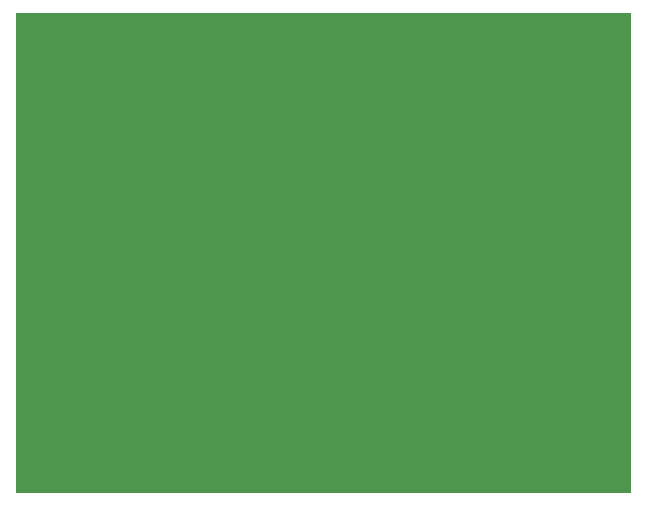
<source format=gbr>
G04 DipTrace 2.4.0.2*
%INBoard.gbr*%
%MOIN*%
%ADD11C,0.0055*%
%FSLAX44Y44*%
G04*
G70*
G90*
G75*
G01*
%LNBoardPoly*%
%LPD*%
G36*
X3937Y19937D2*
D11*
X24437D1*
Y3937D1*
X3937D1*
Y19937D1*
G37*
M02*

</source>
